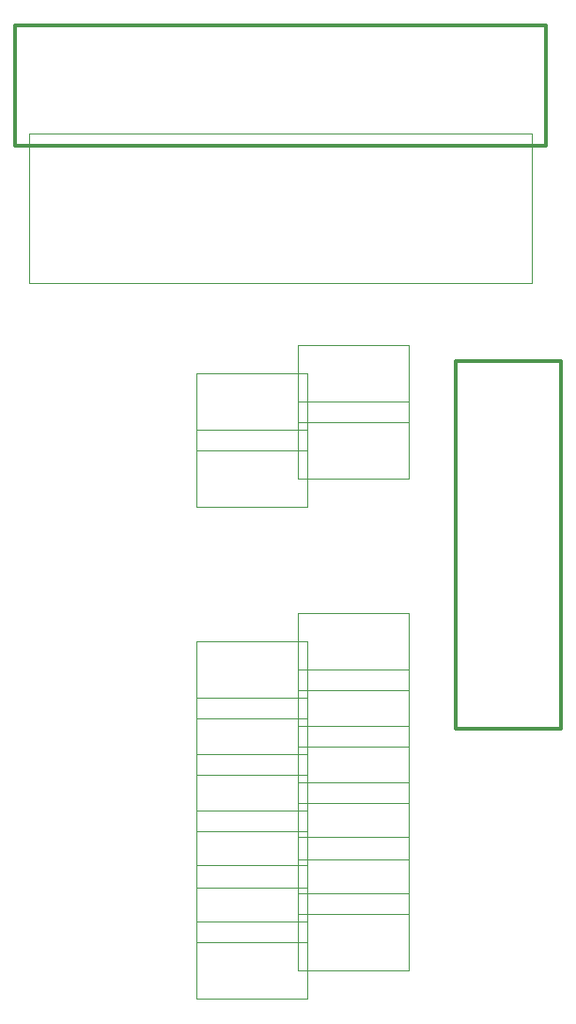
<source format=gbr>
G04 DesignSpark PCB Gerber Version 10.0 Build 5299*
%FSLAX35Y35*%
%MOIN*%
%ADD85C,0.00394*%
%ADD127C,0.01200*%
X0Y0D02*
D02*
D85*
X54163Y332293D02*
X232470D01*
Y279458D01*
X54163D01*
Y332293D01*
X113415Y53130D02*
X152785D01*
Y25570D01*
X113415D01*
Y53130D01*
Y73130D02*
X152785D01*
Y45570D01*
X113415D01*
Y73130D01*
Y92520D02*
X152785D01*
Y64961D01*
X113415D01*
Y92520D01*
Y112520D02*
X152785D01*
Y84961D01*
X113415D01*
Y112520D01*
Y132520D02*
X152785D01*
Y104961D01*
X113415D01*
Y132520D01*
Y152520D02*
X152785D01*
Y124961D01*
X113415D01*
Y152520D01*
Y227496D02*
X152785D01*
Y199937D01*
X113415D01*
Y227496D01*
Y247496D02*
X152785D01*
Y219937D01*
X113415D01*
Y247496D01*
X149665Y63130D02*
X189035D01*
Y35570D01*
X149665D01*
Y63130D01*
Y83130D02*
X189035D01*
Y55570D01*
X149665D01*
Y83130D01*
Y102520D02*
X189035D01*
Y74961D01*
X149665D01*
Y102520D01*
Y122520D02*
X189035D01*
Y94961D01*
X149665D01*
Y122520D01*
Y142520D02*
X189035D01*
Y114961D01*
X149665D01*
Y142520D01*
Y162520D02*
X189035D01*
Y134961D01*
X149665D01*
Y162520D01*
Y237496D02*
X189035D01*
Y209937D01*
X149665D01*
Y237496D01*
Y257496D02*
X189035D01*
Y229937D01*
X149665D01*
Y257496D01*
D02*
D127*
X49350Y328100D02*
X237539D01*
Y370620D01*
X49350D01*
Y328100D01*
X242969Y251830D02*
Y121246D01*
X205568D01*
Y251830D01*
X242969D01*
X0Y0D02*
M02*

</source>
